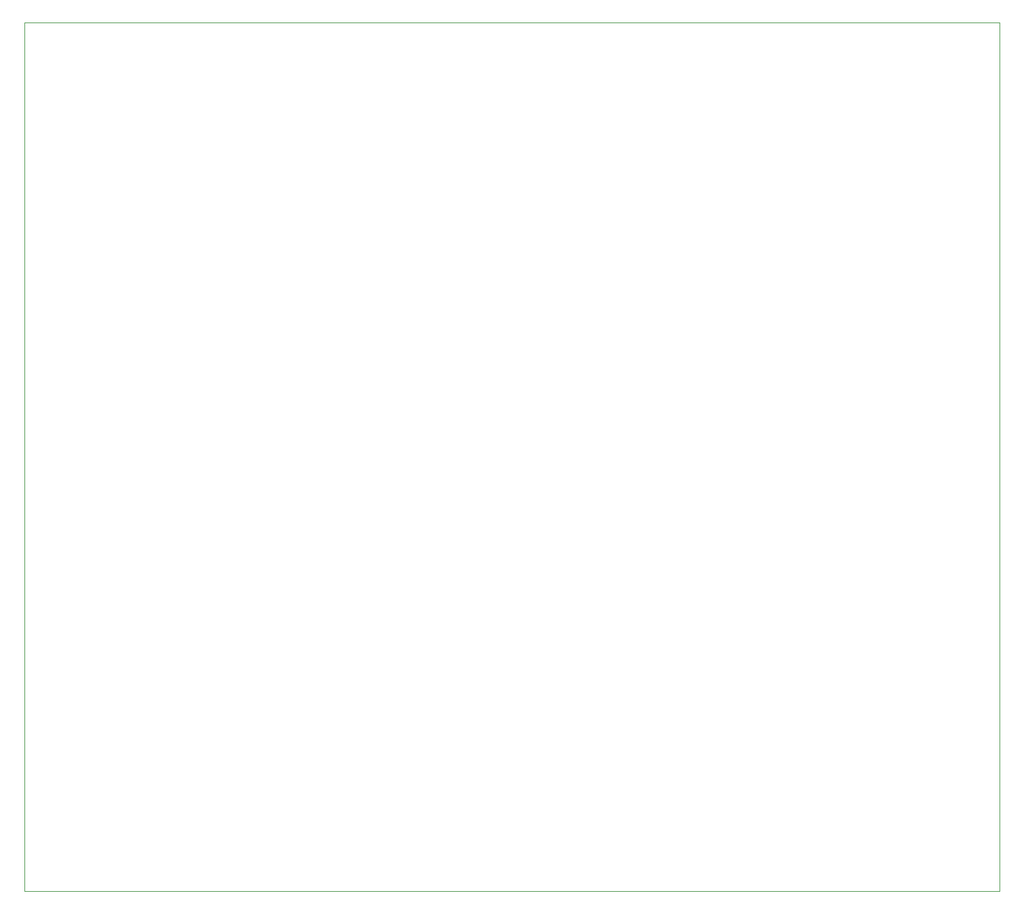
<source format=gbr>
%TF.GenerationSoftware,KiCad,Pcbnew,5.1.12-84ad8e8a86~92~ubuntu20.04.1*%
%TF.CreationDate,2021-11-23T15:55:34+01:00*%
%TF.ProjectId,ESP32wShiftRegisters,45535033-3277-4536-9869-667452656769,rev?*%
%TF.SameCoordinates,Original*%
%TF.FileFunction,Profile,NP*%
%FSLAX46Y46*%
G04 Gerber Fmt 4.6, Leading zero omitted, Abs format (unit mm)*
G04 Created by KiCad (PCBNEW 5.1.12-84ad8e8a86~92~ubuntu20.04.1) date 2021-11-23 15:55:34*
%MOMM*%
%LPD*%
G01*
G04 APERTURE LIST*
%TA.AperFunction,Profile*%
%ADD10C,0.050000*%
%TD*%
%TA.AperFunction,Profile*%
%ADD11C,0.100000*%
%TD*%
G04 APERTURE END LIST*
D10*
X140970000Y-128270000D02*
X12700000Y-128270000D01*
X140970000Y-13970000D02*
X140970000Y-128270000D01*
X12700000Y-13970000D02*
X140970000Y-13970000D01*
D11*
X12700000Y-128270000D02*
X12700000Y-13970000D01*
M02*

</source>
